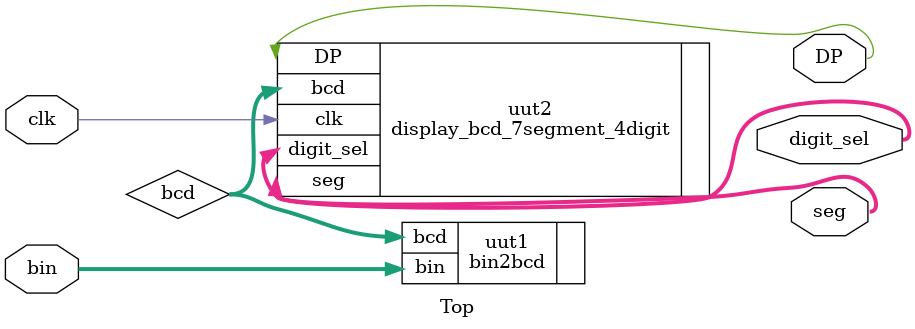
<source format=v>
`timescale 1ns / 1ps



module Top(
input clk,
input [13:0]bin,
output DP,
output [3:0] digit_sel,
output [6:0]seg
    );
    wire [15:0]bcd;
  
    bin2bcd uut1(.bin(bin),.bcd(bcd));
    
    display_bcd_7segment_4digit uut2 (.bcd(bcd),
 .seg(seg), .digit_sel(digit_sel), .DP(DP), .clk(clk) );
    
endmodule

</source>
